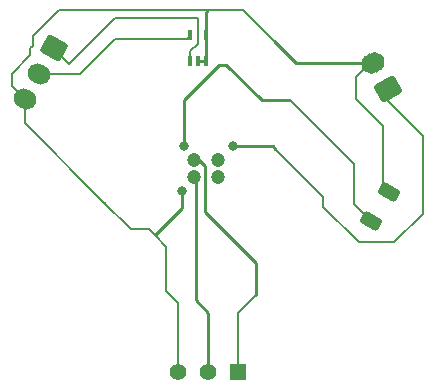
<source format=gbr>
%TF.GenerationSoftware,KiCad,Pcbnew,8.0.2-1*%
%TF.CreationDate,2024-07-16T12:14:51-04:00*%
%TF.ProjectId,Untitled,556e7469-746c-4656-942e-6b696361645f,rev?*%
%TF.SameCoordinates,Original*%
%TF.FileFunction,Copper,L2,Bot*%
%TF.FilePolarity,Positive*%
%FSLAX46Y46*%
G04 Gerber Fmt 4.6, Leading zero omitted, Abs format (unit mm)*
G04 Created by KiCad (PCBNEW 8.0.2-1) date 2024-07-16 12:14:51*
%MOMM*%
%LPD*%
G01*
G04 APERTURE LIST*
G04 Aperture macros list*
%AMRoundRect*
0 Rectangle with rounded corners*
0 $1 Rounding radius*
0 $2 $3 $4 $5 $6 $7 $8 $9 X,Y pos of 4 corners*
0 Add a 4 corners polygon primitive as box body*
4,1,4,$2,$3,$4,$5,$6,$7,$8,$9,$2,$3,0*
0 Add four circle primitives for the rounded corners*
1,1,$1+$1,$2,$3*
1,1,$1+$1,$4,$5*
1,1,$1+$1,$6,$7*
1,1,$1+$1,$8,$9*
0 Add four rect primitives between the rounded corners*
20,1,$1+$1,$2,$3,$4,$5,0*
20,1,$1+$1,$4,$5,$6,$7,0*
20,1,$1+$1,$6,$7,$8,$9,0*
20,1,$1+$1,$8,$9,$2,$3,0*%
%AMHorizOval*
0 Thick line with rounded ends*
0 $1 width*
0 $2 $3 position (X,Y) of the first rounded end (center of the circle)*
0 $4 $5 position (X,Y) of the second rounded end (center of the circle)*
0 Add line between two ends*
20,1,$1,$2,$3,$4,$5,0*
0 Add two circle primitives to create the rounded ends*
1,1,$1,$2,$3*
1,1,$1,$4,$5*%
G04 Aperture macros list end*
%TA.AperFunction,ComponentPad*%
%ADD10C,1.200000*%
%TD*%
%TA.AperFunction,ComponentPad*%
%ADD11C,0.800000*%
%TD*%
%TA.AperFunction,SMDPad,CuDef*%
%ADD12RoundRect,0.087500X0.087500X0.337500X-0.087500X0.337500X-0.087500X-0.337500X0.087500X-0.337500X0*%
%TD*%
%TA.AperFunction,ComponentPad*%
%ADD13RoundRect,0.250000X-0.327868X0.882115X-0.927868X-0.157115X0.327868X-0.882115X0.927868X0.157115X0*%
%TD*%
%TA.AperFunction,ComponentPad*%
%ADD14HorizOval,1.700000X-0.108253X0.062500X0.108253X-0.062500X0*%
%TD*%
%TA.AperFunction,ComponentPad*%
%ADD15R,1.397000X1.397000*%
%TD*%
%TA.AperFunction,ComponentPad*%
%ADD16C,1.397000*%
%TD*%
%TA.AperFunction,SMDPad,CuDef*%
%ADD17RoundRect,0.250000X-0.385016X0.583133X-0.697516X0.041867X0.385016X-0.583133X0.697516X-0.041867X0*%
%TD*%
%TA.AperFunction,ComponentPad*%
%ADD18RoundRect,0.250000X0.949519X-0.144615X0.349519X0.894615X-0.949519X0.144615X-0.349519X-0.894615X0*%
%TD*%
%TA.AperFunction,ComponentPad*%
%ADD19HorizOval,1.700000X0.129904X0.075000X-0.129904X-0.075000X0*%
%TD*%
%TA.AperFunction,Conductor*%
%ADD20C,0.250000*%
%TD*%
%TA.AperFunction,Conductor*%
%ADD21C,0.200000*%
%TD*%
G04 APERTURE END LIST*
D10*
%TO.P,REF\u002A\u002A,3*%
%TO.N,N/C*%
X104492500Y-57285000D03*
%TO.P,REF\u002A\u002A,4*%
X104492500Y-58735000D03*
D11*
%TO.P,REF\u002A\u002A,5*%
X101640000Y-56110000D03*
%TO.P,REF\u002A\u002A,6*%
X105740000Y-56110000D03*
D10*
%TO.P,REF\u002A\u002A,7*%
X102467500Y-57285000D03*
%TO.P,REF\u002A\u002A,8*%
X102467500Y-58735000D03*
D11*
%TO.P,REF\u002A\u002A,9*%
X101440000Y-59910000D03*
%TD*%
D12*
%TO.P,REF\u002A\u002A,1*%
%TO.N,N/C*%
X103450000Y-48900000D03*
%TO.P,REF\u002A\u002A,2*%
X102800000Y-48900000D03*
%TO.P,REF\u002A\u002A,3*%
X102150000Y-48900000D03*
%TO.P,REF\u002A\u002A,4*%
X102150000Y-46700000D03*
%TO.P,REF\u002A\u002A,5*%
X103450000Y-46700000D03*
%TD*%
D13*
%TO.P,REF\u002A\u002A,1*%
%TO.N,N/C*%
X90600000Y-47800000D03*
D14*
%TO.P,REF\u002A\u002A,2*%
X89350000Y-49965064D03*
%TO.P,REF\u002A\u002A,3*%
X88100000Y-52130127D03*
%TD*%
D15*
%TO.P,REF\u002A\u002A,1*%
%TO.N,N/C*%
X106187500Y-75250100D03*
D16*
%TO.P,REF\u002A\u002A,2*%
X103647500Y-75250100D03*
%TO.P,REF\u002A\u002A,3*%
X101107500Y-75250100D03*
%TD*%
D17*
%TO.P,REF\u002A\u002A,1*%
%TO.N,N/C*%
X118931250Y-59933438D03*
%TO.P,REF\u002A\u002A,2*%
X117468750Y-62466562D03*
%TD*%
D18*
%TO.P,REF\u002A\u002A,1*%
%TO.N,N/C*%
X118879664Y-51220032D03*
D19*
%TO.P,REF\u002A\u002A,2*%
X117629664Y-49054968D03*
%TD*%
D20*
%TO.N,*%
X107700000Y-66000000D02*
X107700000Y-68700000D01*
X102467500Y-57285000D02*
X102885000Y-57285000D01*
X102885000Y-57285000D02*
X103400000Y-57800000D01*
X103400000Y-61700000D02*
X107700000Y-66000000D01*
X103400000Y-57800000D02*
X103400000Y-61700000D01*
D21*
X109300000Y-56300000D02*
X113400000Y-60400000D01*
D20*
X105740000Y-56110000D02*
X109110000Y-56110000D01*
X109110000Y-56110000D02*
X109300000Y-56300000D01*
D21*
X106187500Y-70212500D02*
X107700000Y-68700000D01*
D20*
X103647500Y-70200000D02*
X103647500Y-75250100D01*
X102600000Y-58710000D02*
X102600000Y-69152500D01*
X102600000Y-69152500D02*
X103647500Y-70200000D01*
D21*
X100090000Y-64600000D02*
X100090000Y-68315000D01*
X100090000Y-68315000D02*
X101107500Y-69332500D01*
X98600000Y-63110000D02*
X99145000Y-63655000D01*
X99145000Y-63655000D02*
X100090000Y-64600000D01*
D20*
X101440000Y-59910000D02*
X101440000Y-61360000D01*
X101440000Y-61360000D02*
X99145000Y-63655000D01*
X101640000Y-56110000D02*
X101640000Y-52160000D01*
X105200000Y-49200000D02*
X108200000Y-52200000D01*
X101640000Y-52160000D02*
X104600000Y-49200000D01*
X104600000Y-49200000D02*
X105200000Y-49200000D01*
X108200000Y-52200000D02*
X110600000Y-52200000D01*
D21*
X89350000Y-49965064D02*
X92834936Y-49965064D01*
X95800000Y-47000000D02*
X101850000Y-47000000D01*
X92834936Y-49965064D02*
X95800000Y-47000000D01*
X101850000Y-47000000D02*
X102150000Y-46700000D01*
X88100000Y-52130127D02*
X87000000Y-51030127D01*
X87000000Y-51030127D02*
X87000000Y-50000000D01*
X88800000Y-47600000D02*
X88800000Y-46800000D01*
X87000000Y-50000000D02*
X88600000Y-48400000D01*
X88600000Y-48400000D02*
X88600000Y-47800000D01*
X88600000Y-47800000D02*
X88800000Y-47600000D01*
X91000000Y-44600000D02*
X103600000Y-44600000D01*
X88800000Y-46800000D02*
X91000000Y-44600000D01*
X90053380Y-47253380D02*
X91900000Y-49100000D01*
X91900000Y-49100000D02*
X95800000Y-45200000D01*
X102800000Y-45200000D02*
X102800000Y-47400000D01*
X102150000Y-48050000D02*
X102150000Y-48900000D01*
X95800000Y-45200000D02*
X102800000Y-45200000D01*
X102800000Y-47400000D02*
X102150000Y-48050000D01*
X103600000Y-44600000D02*
X106600000Y-44600000D01*
D20*
X103450000Y-46700000D02*
X103450000Y-44750000D01*
X103450000Y-44750000D02*
X103600000Y-44600000D01*
X103450000Y-48900000D02*
X103450000Y-46700000D01*
X102800000Y-48900000D02*
X103450000Y-48900000D01*
D21*
X89927611Y-47253380D02*
X90053380Y-47253380D01*
X118455000Y-59457188D02*
X118455000Y-54345000D01*
X88100000Y-54100000D02*
X88100000Y-52130127D01*
X94700000Y-60700000D02*
X88100000Y-54100000D01*
X116200000Y-52090000D02*
X116200000Y-50200000D01*
D20*
X111545032Y-49054968D02*
X111054968Y-49054968D01*
D21*
X97110000Y-63110000D02*
X94700000Y-60700000D01*
D20*
X111545032Y-49054968D02*
X117629664Y-49054968D01*
D21*
X110600000Y-52200000D02*
X116000000Y-57600000D01*
X113400000Y-61200000D02*
X116400000Y-64200000D01*
X116400000Y-64200000D02*
X119400000Y-64200000D01*
X95000000Y-61000000D02*
X94700000Y-60700000D01*
D20*
X111054968Y-49054968D02*
X109200000Y-47200000D01*
D21*
X113400000Y-60400000D02*
X113400000Y-61200000D01*
X88838020Y-49453084D02*
X89350000Y-49965064D01*
X116000000Y-60997812D02*
X117468750Y-62466562D01*
X118879664Y-52279664D02*
X118879664Y-51220032D01*
X117345032Y-49054968D02*
X117629664Y-49054968D01*
X116200000Y-50200000D02*
X117345032Y-49054968D01*
X101107500Y-75250100D02*
X101107500Y-69332500D01*
X106187500Y-75250100D02*
X106187500Y-70212500D01*
X118455000Y-54345000D02*
X116200000Y-52090000D01*
X98600000Y-63110000D02*
X97110000Y-63110000D01*
X121800000Y-61800000D02*
X121800000Y-55200000D01*
X116000000Y-57600000D02*
X116000000Y-60997812D01*
X118931250Y-59933438D02*
X118455000Y-59457188D01*
X121800000Y-55200000D02*
X118879664Y-52279664D01*
X119400000Y-64200000D02*
X121800000Y-61800000D01*
X118455000Y-51644696D02*
X118879664Y-51220032D01*
X88657611Y-49453084D02*
X88838020Y-49453084D01*
X106600000Y-44600000D02*
X109200000Y-47200000D01*
%TD*%
M02*

</source>
